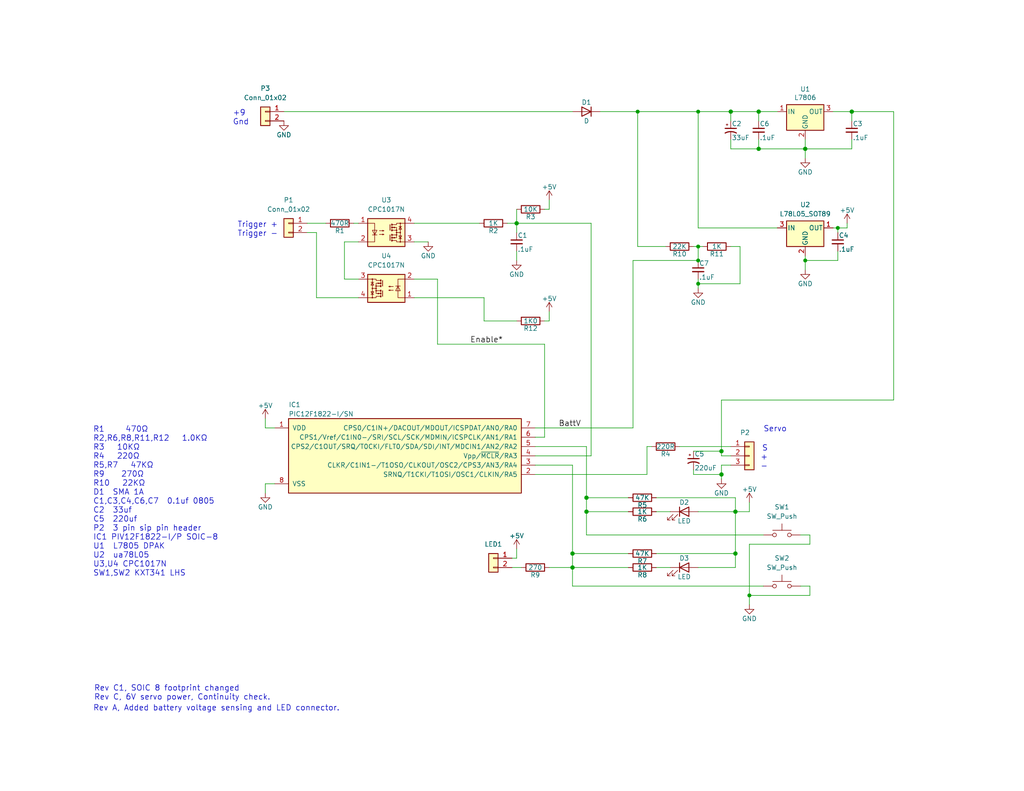
<source format=kicad_sch>
(kicad_sch (version 20231120) (generator "eeschema") (generator_version "8.0")
  (paper "A")
  (title_block (title "Rocket Servo") (date "2024-09-23") (rev "C1") (company "DMFE") (comment 1 "Altimeter triggered servo"))
  (lib_symbols
    (symbol "Connector_Generic:Conn_01x02" (pin_names (offset 1.016) hide)
      (property "Reference" "J" (at 0 2.54 0))
      (property "Value" "Conn_01x02" (at 0 -5.08 0))
      (symbol "Conn_01x02_1_1"
        (rectangle (start -1.27 -2.413) (end 0 -2.667) (stroke (width 0.1524)))
        (rectangle (start -1.27 0.127) (end 0 -0.127) (stroke (width 0.1524)))
        (rectangle (start -1.27 1.27) (end 1.27 -3.81) (stroke (width 0.254)) (fill (type background)))
        (pin passive line (at -5.08 0 0) (length 3.81) (name "Pin_1") (number "1"))
        (pin passive line (at -5.08 -2.54 0) (length 3.81) (name "Pin_2") (number "2"))
      )
    )
    (symbol "Connector_Generic:Conn_01x03" (pin_names (offset 1.016) hide)
      (property "Reference" "J" (at 0 5.08 0))
      (property "Value" "Conn_01x03" (at 0 -5.08 0))
      (symbol "Conn_01x03_1_1"
        (rectangle (start -1.27 -2.413) (end 0 -2.667) (stroke (width 0.1524)))
        (rectangle (start -1.27 0.127) (end 0 -0.127) (stroke (width 0.1524)))
        (rectangle (start -1.27 2.667) (end 0 2.413) (stroke (width 0.1524)))
        (rectangle (start -1.27 3.81) (end 1.27 -3.81) (stroke (width 0.254)) (fill (type background)))
        (pin passive line (at -5.08 2.54 0) (length 3.81) (name "Pin_1") (number "1"))
        (pin passive line (at -5.08 0 0) (length 3.81) (name "Pin_2") (number "2"))
        (pin passive line (at -5.08 -2.54 0) (length 3.81) (name "Pin_3") (number "3"))
      )
    )
    (symbol "Device:CP1_Small" (pin_numbers hide) (pin_names (offset 0.254) hide)
      (property "Reference" "C" (at 0.254 1.778 0))
      (property "Value" "CP1_Small" (at 0.254 -2.032 0))
      (symbol "CP1_Small_0_1"
        (polyline (pts (xy -1.524 0.508) (xy 1.524 0.508)) (stroke (width 0.3048)))
        (polyline (pts (xy -1.27 1.524) (xy -0.762 1.524)))
        (polyline (pts (xy -1.016 1.27) (xy -1.016 1.778)))
        (arc (start 1.524 -0.762) (mid 0 -0.3734) (end -1.524 -0.762) (stroke (width 0.3048)))
      )
      (symbol "CP1_Small_1_1"
        (pin passive line (at 0 2.54 270) (length 2.032) (name "~") (number "1"))
        (pin passive line (at 0 -2.54 90) (length 2.032) (name "~") (number "2"))
      )
    )
    (symbol "Device:C_Small" (pin_numbers hide) (pin_names (offset 0.254) hide)
      (property "Reference" "C" (at 0.254 1.778 0))
      (property "Value" "C_Small" (at 0.254 -2.032 0))
      (symbol "C_Small_0_1"
        (polyline (pts (xy -1.524 -0.508) (xy 1.524 -0.508)) (stroke (width 0.3302)))
        (polyline (pts (xy -1.524 0.508) (xy 1.524 0.508)) (stroke (width 0.3048)))
      )
      (symbol "C_Small_1_1"
        (pin passive line (at 0 2.54 270) (length 2.032) (name "~") (number "1"))
        (pin passive line (at 0 -2.54 90) (length 2.032) (name "~") (number "2"))
      )
    )
    (symbol "Device:D" (pin_numbers hide) (pin_names (offset 1.016) hide)
      (property "Reference" "D" (at 0 2.54 0))
      (property "Value" "D" (at 0 -2.54 0))
      (symbol "D_0_1"
        (polyline (pts (xy -1.27 1.27) (xy -1.27 -1.27)) (stroke (width 0.254)))
        (polyline (pts (xy 1.27 0) (xy -1.27 0)))
        (polyline (pts (xy 1.27 1.27) (xy 1.27 -1.27) (xy -1.27 0) (xy 1.27 1.27)) (stroke (width 0.254)))
      )
      (symbol "D_1_1"
        (pin passive line (at -3.81 0 0) (length 2.54) (name "K") (number "1"))
        (pin passive line (at 3.81 0 180) (length 2.54) (name "A") (number "2"))
      )
    )
    (symbol "Device:LED" (pin_numbers hide) (pin_names (offset 1.016) hide)
      (property "Reference" "D" (at 0 2.54 0))
      (property "Value" "LED" (at 0 -2.54 0))
      (symbol "LED_0_1"
        (polyline (pts (xy -1.27 -1.27) (xy -1.27 1.27)) (stroke (width 0.254)))
        (polyline (pts (xy -1.27 0) (xy 1.27 0)))
        (polyline (pts (xy 1.27 -1.27) (xy 1.27 1.27) (xy -1.27 0) (xy 1.27 -1.27)) (stroke (width 0.254)))
        (polyline (pts (xy -3.048 -0.762) (xy -4.572 -2.286) (xy -3.81 -2.286) (xy -4.572 -2.286) (xy -4.572 -1.524)))
        (polyline (pts (xy -1.778 -0.762) (xy -3.302 -2.286) (xy -2.54 -2.286) (xy -3.302 -2.286) (xy -3.302 -1.524)))
      )
      (symbol "LED_1_1"
        (pin passive line (at -3.81 0 0) (length 2.54) (name "K") (number "1"))
        (pin passive line (at 3.81 0 180) (length 2.54) (name "A") (number "2"))
      )
    )
    (symbol "Device:R" (pin_numbers hide) (pin_names (offset 0))
      (property "Reference" "R" (at 2.032 0 90))
      (property "Value" "R" (at 0 0 90))
      (symbol "R_0_1"
        (rectangle (start -1.016 -2.54) (end 1.016 2.54) (stroke (width 0.254)))
      )
      (symbol "R_1_1"
        (pin passive line (at 0 3.81 270) (length 1.27) (name "~") (number "1"))
        (pin passive line (at 0 -3.81 90) (length 1.27) (name "~") (number "2"))
      )
    )
    (symbol "RCSMCtrl-rescue:PIC12(L)F1822-I_P" (pin_names (offset 1.016))
      (property "Reference" "U" (at -31.75 13.97 0))
      (property "Value" "PIC12(L)F1822-I_P" (at -31.75 11.43 0))
      (symbol "PIC12(L)F1822-I_P_0_1"
        (rectangle (start 31.75 -10.16) (end -31.75 10.16) (stroke (width 0.254)) (fill (type background)))
      )
      (symbol "PIC12(L)F1822-I_P_1_1"
        (pin power_in line (at -35.56 7.62 0) (length 3.81) (name "VDD") (number "1"))
        (pin bidirectional line (at 35.56 -5.08 180) (length 3.81) (name "SRNQ/T1CKI/T1OSI/OSC1/CLKIN/RA5") (number "2"))
        (pin bidirectional line (at 35.56 -2.54 180) (length 3.81) (name "CLKR/C1IN1-/T1OSO/CLKOUT/OSC2/CPS3/AN3/RA4") (number "3"))
        (pin input line (at 35.56 0 180) (length 3.81) (name "Vpp/~{MCLR}/RA3") (number "4"))
        (pin bidirectional line (at 35.56 2.54 180) (length 3.81) (name "CPS2/C1OUT/SRQ/T0CKI/FLT0/SDA/SDI/INT/MDCIN1/AN2/RA2") (number "5"))
        (pin bidirectional line (at 35.56 5.08 180) (length 3.81) (name "CPS1/Vref/C1IN0-/SRI/SCL/SCK/MDMIN/ICSPCLK/AN1/RA1") (number "6"))
        (pin bidirectional line (at 35.56 7.62 180) (length 3.81) (name "CPS0/C1IN+/DACOUT/MDOUT/ICSPDAT/AN0/RA0") (number "7"))
        (pin power_in line (at -35.56 -7.62 0) (length 3.81) (name "VSS") (number "8"))
      )
    )
    (symbol "Regulator_Linear:L7805" (pin_names (offset 0.254))
      (property "Reference" "U" (at -3.81 3.175 0))
      (property "Value" "L7805" (at 0 3.175 0))
      (symbol "L7805_0_1"
        (rectangle (start -5.08 1.905) (end 5.08 -5.08) (stroke (width 0.254)) (fill (type background)))
      )
      (symbol "L7805_1_1"
        (pin power_in line (at -7.62 0 0) (length 2.54) (name "IN") (number "1"))
        (pin power_in line (at 0 -7.62 90) (length 2.54) (name "GND") (number "2"))
        (pin power_out line (at 7.62 0 180) (length 2.54) (name "OUT") (number "3"))
      )
    )
    (symbol "Regulator_Linear:L78L05_SOT89" (pin_names (offset 0.254))
      (property "Reference" "U" (at -3.81 3.175 0))
      (property "Value" "L78L05_SOT89" (at -0.635 3.175 0))
      (symbol "L78L05_SOT89_0_1"
        (rectangle (start -5.08 1.905) (end 5.08 -5.08) (stroke (width 0.254)) (fill (type background)))
      )
      (symbol "L78L05_SOT89_1_1"
        (pin power_out line (at 7.62 0 180) (length 2.54) (name "OUT") (number "1"))
        (pin power_in line (at 0 -7.62 90) (length 2.54) (name "GND") (number "2"))
        (pin power_in line (at -7.62 0 0) (length 2.54) (name "IN") (number "3"))
      )
    )
    (symbol "Relay_SolidState:CPC1017N"
      (property "Reference" "U" (at -5.08 5.08 0))
      (property "Value" "CPC1017N" (at 0 5.08 0))
      (symbol "CPC1017N_0_1"
        (rectangle (start -5.08 3.81) (end 5.08 -3.81) (stroke (width 0.254)) (fill (type background)))
        (polyline (pts (xy -3.81 -0.635) (xy -2.54 -0.635)))
        (polyline (pts (xy 1.016 -0.635) (xy 1.016 -2.159)) (stroke (width 0.2032)))
        (polyline (pts (xy 1.016 2.159) (xy 1.016 0.635)) (stroke (width 0.2032)))
        (polyline (pts (xy 1.524 -0.508) (xy 1.524 -0.762)) (stroke (width 0.3556)))
        (polyline (pts (xy 2.794 0) (xy 3.81 0)))
        (polyline (pts (xy 3.429 -1.651) (xy 4.191 -1.651)))
        (polyline (pts (xy 3.429 1.651) (xy 4.191 1.651)))
        (polyline (pts (xy 3.81 -2.54) (xy 3.81 2.54)))
        (polyline (pts (xy 1.524 -2.032) (xy 1.524 -2.286) (xy 1.524 -2.286)) (stroke (width 0.3556)))
        (polyline (pts (xy 1.524 -1.27) (xy 1.524 -1.524) (xy 1.524 -1.524)) (stroke (width 0.3556)))
        (polyline (pts (xy 1.524 0.762) (xy 1.524 0.508) (xy 1.524 0.508)) (stroke (width 0.3556)))
        (polyline (pts (xy 1.524 1.524) (xy 1.524 1.27) (xy 1.524 1.27)) (stroke (width 0.3556)))
        (polyline (pts (xy 1.524 2.286) (xy 1.524 2.032) (xy 1.524 2.032)) (stroke (width 0.3556)))
        (polyline (pts (xy 1.651 -1.397) (xy 2.794 -1.397) (xy 2.794 -0.635)))
        (polyline (pts (xy 1.651 1.397) (xy 2.794 1.397) (xy 2.794 0.635)))
        (polyline (pts (xy -5.08 2.54) (xy -3.175 2.54) (xy -3.175 -2.54) (xy -5.08 -2.54)))
        (polyline (pts (xy -3.175 -0.635) (xy -3.81 0.635) (xy -2.54 0.635) (xy -3.175 -0.635)))
        (polyline (pts (xy 1.651 -2.159) (xy 2.794 -2.159) (xy 2.794 -2.54) (xy 5.08 -2.54)))
        (polyline (pts (xy 1.651 -0.635) (xy 2.794 -0.635) (xy 2.794 0.635) (xy 1.651 0.635)))
        (polyline (pts (xy 1.651 2.159) (xy 2.794 2.159) (xy 2.794 2.54) (xy 5.08 2.54)))
        (polyline (pts (xy 1.778 -1.397) (xy 2.286 -1.27) (xy 2.286 -1.524) (xy 1.778 -1.397)))
        (polyline (pts (xy 1.778 1.397) (xy 2.286 1.524) (xy 2.286 1.27) (xy 1.778 1.397)))
        (polyline (pts (xy 3.81 -1.651) (xy 3.429 -0.889) (xy 4.191 -0.889) (xy 3.81 -1.651)))
        (polyline (pts (xy 3.81 1.651) (xy 3.429 0.889) (xy 4.191 0.889) (xy 3.81 1.651)))
        (polyline (pts (xy -1.905 -0.508) (xy -0.635 -0.508) (xy -1.016 -0.635) (xy -1.016 -0.381) (xy -0.635 -0.508)))
        (polyline (pts (xy -1.905 0.508) (xy -0.635 0.508) (xy -1.016 0.381) (xy -1.016 0.635) (xy -0.635 0.508)))
        (circle (center 2.794 -0.635) (radius 0.127))
        (circle (center 2.794 0) (radius 0.127))
        (circle (center 2.794 0.635) (radius 0.127))
        (circle (center 3.81 -2.54) (radius 0.127))
        (circle (center 3.81 0) (radius 0.127))
        (circle (center 3.81 2.54) (radius 0.127))
      )
      (symbol "CPC1017N_1_1"
        (pin passive line (at -7.62 2.54 0) (length 2.54) (name "~") (number "1"))
        (pin passive line (at -7.62 -2.54 0) (length 2.54) (name "~") (number "2"))
        (pin passive line (at 7.62 -2.54 180) (length 2.54) (name "~") (number "3"))
        (pin passive line (at 7.62 2.54 180) (length 2.54) (name "~") (number "4"))
      )
    )
    (symbol "Switch:SW_Push" (pin_numbers hide) (pin_names (offset 1.016) hide)
      (property "Reference" "SW" (at 1.27 2.54 0))
      (property "Value" "SW_Push" (at 0 -1.524 0))
      (symbol "SW_Push_0_1"
        (circle (center -2.032 0) (radius 0.508))
        (polyline (pts (xy 0 1.27) (xy 0 3.048)))
        (polyline (pts (xy 2.54 1.27) (xy -2.54 1.27)))
        (circle (center 2.032 0) (radius 0.508))
        (pin passive line (at -5.08 0 0) (length 2.54) (name "1") (number "1"))
        (pin passive line (at 5.08 0 180) (length 2.54) (name "2") (number "2"))
      )
    )
    (symbol "power:+5V" (power) (pin_names (offset 0))
      (property "Value" "+5V" (at 0 3.556 0))
      (symbol "+5V_0_1"
        (polyline (pts (xy -0.762 1.27) (xy 0 2.54)))
        (polyline (pts (xy 0 0) (xy 0 2.54)))
        (polyline (pts (xy 0 2.54) (xy 0.762 1.27)))
      )
      (symbol "+5V_1_1"
        (pin power_in line (at 0 0 90) (length 0) hide (name "+5V") (number "1"))
      )
    )
    (symbol "power:GND" (power) (pin_names (offset 0))
      (property "Value" "GND" (at 0 -3.81 0))
      (symbol "GND_0_1"
        (polyline (pts (xy 0 0) (xy 0 -1.27) (xy 1.27 -1.27) (xy 0 -2.54) (xy -1.27 -1.27) (xy 0 -1.27)))
      )
      (symbol "GND_1_1"
        (pin power_in line (at 0 0 270) (length 0) hide (name "GND") (number "1"))
      )
    )
  )
  (junction (at 204.47 162.56))
  (junction (at 190.5 30.48))
  (junction (at 196.85 129.54) (diameter 1.016))
  (junction (at 207.01 30.48) (diameter 1.016))
  (junction (at 160.02 135.89) (diameter 1.016))
  (junction (at 219.71 71.12))
  (junction (at 190.5 71.12))
  (junction (at 200.66 139.7) (diameter 1.016))
  (junction (at 232.41 30.48) (diameter 1.016))
  (junction (at 140.97 60.96) (diameter 1.016))
  (junction (at 190.5 67.31))
  (junction (at 199.39 30.48) (diameter 1.016))
  (junction (at 207.01 40.64) (diameter 1.016))
  (junction (at 190.5 77.47))
  (junction (at 219.71 40.64) (diameter 1.016))
  (junction (at 200.66 151.13) (diameter 1.016))
  (junction (at 160.02 139.7) (diameter 1.016))
  (junction (at 228.6 62.23))
  (junction (at 173.99 30.48))
  (junction (at 156.21 151.13) (diameter 1.016))
  (junction (at 156.21 154.94) (diameter 1.016))
  (junction (at 196.85 123.19) (diameter 1.016))
  (wire (pts (xy 207.01 40.64) (xy 219.71 40.64)))
  (wire (pts (xy 179.07 151.13) (xy 200.66 151.13)))
  (wire (pts (xy 204.47 162.56) (xy 220.98 162.56)))
  (wire (pts (xy 83.82 60.96) (xy 88.9 60.96)))
  (wire (pts (xy 138.43 60.96) (xy 140.97 60.96)))
  (wire (pts (xy 72.39 116.84) (xy 74.93 116.84)))
  (wire (pts (xy 172.72 71.12) (xy 190.5 71.12)))
  (wire (pts (xy 189.23 128.27) (xy 189.23 129.54)))
  (wire (pts (xy 179.07 154.94) (xy 182.88 154.94)))
  (wire (pts (xy 132.08 81.28) (xy 132.08 87.63)))
  (wire (pts (xy 201.93 67.31) (xy 201.93 77.47)))
  (wire (pts (xy 228.6 62.23) (xy 228.6 63.5)))
  (wire (pts (xy 220.98 146.05) (xy 218.44 146.05)))
  (wire (pts (xy 93.98 66.04) (xy 97.79 66.04)))
  (wire (pts (xy 140.97 60.96) (xy 140.97 63.5)))
  (wire (pts (xy 139.7 154.94) (xy 142.24 154.94)))
  (wire (pts (xy 72.39 134.62) (xy 72.39 132.08)))
  (wire (pts (xy 160.02 139.7) (xy 171.45 139.7)))
  (wire (pts (xy 190.5 139.7) (xy 200.66 139.7)))
  (wire (pts (xy 97.79 81.28) (xy 86.36 81.28)))
  (wire (pts (xy 190.5 62.23) (xy 190.5 30.48)))
  (wire (pts (xy 228.6 68.58) (xy 228.6 71.12)))
  (wire (pts (xy 156.21 127) (xy 156.21 151.13)))
  (wire (pts (xy 219.71 40.64) (xy 232.41 40.64)))
  (wire (pts (xy 140.97 152.4) (xy 139.7 152.4)))
  (wire (pts (xy 86.36 63.5) (xy 86.36 81.28)))
  (wire (pts (xy 204.47 148.59) (xy 220.98 148.59)))
  (wire (pts (xy 132.08 87.63) (xy 140.97 87.63)))
  (wire (pts (xy 200.66 139.7) (xy 200.66 151.13)))
  (wire (pts (xy 190.5 76.2) (xy 190.5 77.47)))
  (wire (pts (xy 173.99 67.31) (xy 173.99 30.48)))
  (wire (pts (xy 189.23 67.31) (xy 190.5 67.31)))
  (wire (pts (xy 146.05 119.38) (xy 148.59 119.38)))
  (wire (pts (xy 228.6 62.23) (xy 231.14 62.23)))
  (wire (pts (xy 149.86 57.15) (xy 148.59 57.15)))
  (wire (pts (xy 160.02 135.89) (xy 160.02 139.7)))
  (wire (pts (xy 173.99 30.48) (xy 190.5 30.48)))
  (wire (pts (xy 199.39 124.46) (xy 196.85 124.46)))
  (wire (pts (xy 232.41 33.02) (xy 232.41 30.48)))
  (wire (pts (xy 232.41 30.48) (xy 243.84 30.48)))
  (wire (pts (xy 146.05 116.84) (xy 172.72 116.84)))
  (wire (pts (xy 204.47 139.7) (xy 204.47 137.16)))
  (wire (pts (xy 196.85 109.22) (xy 196.85 123.19)))
  (wire (pts (xy 93.98 76.2) (xy 93.98 66.04)))
  (wire (pts (xy 160.02 121.92) (xy 160.02 135.89)))
  (wire (pts (xy 149.86 154.94) (xy 156.21 154.94)))
  (wire (pts (xy 161.29 60.96) (xy 140.97 60.96)))
  (wire (pts (xy 160.02 139.7) (xy 160.02 146.05)))
  (wire (pts (xy 199.39 67.31) (xy 201.93 67.31)))
  (wire (pts (xy 227.33 30.48) (xy 232.41 30.48)))
  (wire (pts (xy 201.93 77.47) (xy 190.5 77.47)))
  (wire (pts (xy 149.86 54.61) (xy 149.86 57.15)))
  (wire (pts (xy 196.85 127) (xy 196.85 129.54)))
  (wire (pts (xy 212.09 62.23) (xy 190.5 62.23)))
  (wire (pts (xy 161.29 124.46) (xy 146.05 124.46)))
  (wire (pts (xy 243.84 109.22) (xy 196.85 109.22)))
  (wire (pts (xy 83.82 63.5) (xy 86.36 63.5)))
  (wire (pts (xy 113.03 60.96) (xy 130.81 60.96)))
  (wire (pts (xy 146.05 129.54) (xy 176.53 129.54)))
  (wire (pts (xy 148.59 87.63) (xy 149.86 87.63)))
  (wire (pts (xy 156.21 154.94) (xy 156.21 160.02)))
  (wire (pts (xy 196.85 124.46) (xy 196.85 123.19)))
  (wire (pts (xy 219.71 69.85) (xy 219.71 71.12)))
  (wire (pts (xy 219.71 40.64) (xy 219.71 43.18)))
  (wire (pts (xy 190.5 67.31) (xy 190.5 71.12)))
  (wire (pts (xy 200.66 135.89) (xy 200.66 139.7)))
  (wire (pts (xy 219.71 71.12) (xy 219.71 73.66)))
  (wire (pts (xy 119.38 76.2) (xy 113.03 76.2)))
  (wire (pts (xy 200.66 151.13) (xy 200.66 154.94)))
  (wire (pts (xy 199.39 38.1) (xy 199.39 40.64)))
  (wire (pts (xy 163.83 30.48) (xy 173.99 30.48)))
  (wire (pts (xy 140.97 149.86) (xy 140.97 152.4)))
  (wire (pts (xy 199.39 121.92) (xy 185.42 121.92)))
  (wire (pts (xy 199.39 33.02) (xy 199.39 30.48)))
  (wire (pts (xy 72.39 114.3) (xy 72.39 116.84)))
  (wire (pts (xy 148.59 93.98) (xy 119.38 93.98)))
  (wire (pts (xy 146.05 127) (xy 156.21 127)))
  (wire (pts (xy 160.02 135.89) (xy 171.45 135.89)))
  (wire (pts (xy 243.84 30.48) (xy 243.84 109.22)))
  (wire (pts (xy 97.79 76.2) (xy 93.98 76.2)))
  (wire (pts (xy 176.53 129.54) (xy 176.53 121.92)))
  (wire (pts (xy 190.5 30.48) (xy 199.39 30.48)))
  (wire (pts (xy 219.71 38.1) (xy 219.71 40.64)))
  (wire (pts (xy 140.97 71.12) (xy 140.97 68.58)))
  (wire (pts (xy 156.21 151.13) (xy 171.45 151.13)))
  (wire (pts (xy 149.86 85.09) (xy 149.86 87.63)))
  (wire (pts (xy 189.23 129.54) (xy 196.85 129.54)))
  (wire (pts (xy 190.5 77.47) (xy 190.5 78.74)))
  (wire (pts (xy 113.03 66.04) (xy 116.84 66.04)))
  (wire (pts (xy 207.01 33.02) (xy 207.01 30.48)))
  (wire (pts (xy 156.21 154.94) (xy 171.45 154.94)))
  (wire (pts (xy 220.98 148.59) (xy 220.98 146.05)))
  (wire (pts (xy 146.05 121.92) (xy 160.02 121.92)))
  (wire (pts (xy 172.72 116.84) (xy 172.72 71.12)))
  (wire (pts (xy 199.39 127) (xy 196.85 127)))
  (wire (pts (xy 199.39 30.48) (xy 207.01 30.48)))
  (wire (pts (xy 148.59 119.38) (xy 148.59 93.98)))
  (wire (pts (xy 200.66 135.89) (xy 179.07 135.89)))
  (wire (pts (xy 204.47 148.59) (xy 204.47 162.56)))
  (wire (pts (xy 160.02 146.05) (xy 208.28 146.05)))
  (wire (pts (xy 181.61 67.31) (xy 173.99 67.31)))
  (wire (pts (xy 204.47 162.56) (xy 204.47 165.1)))
  (wire (pts (xy 140.97 60.96) (xy 140.97 57.15)))
  (wire (pts (xy 231.14 62.23) (xy 231.14 60.96)))
  (wire (pts (xy 179.07 139.7) (xy 182.88 139.7)))
  (wire (pts (xy 161.29 60.96) (xy 161.29 124.46)))
  (wire (pts (xy 176.53 121.92) (xy 177.8 121.92)))
  (wire (pts (xy 156.21 151.13) (xy 156.21 154.94)))
  (wire (pts (xy 207.01 38.1) (xy 207.01 40.64)))
  (wire (pts (xy 189.23 123.19) (xy 196.85 123.19)))
  (wire (pts (xy 220.98 162.56) (xy 220.98 160.02)))
  (wire (pts (xy 200.66 154.94) (xy 190.5 154.94)))
  (wire (pts (xy 207.01 30.48) (xy 212.09 30.48)))
  (wire (pts (xy 220.98 160.02) (xy 218.44 160.02)))
  (wire (pts (xy 190.5 67.31) (xy 191.77 67.31)))
  (wire (pts (xy 156.21 160.02) (xy 208.28 160.02)))
  (wire (pts (xy 200.66 139.7) (xy 204.47 139.7)))
  (wire (pts (xy 196.85 129.54) (xy 196.85 130.81)))
  (wire (pts (xy 96.52 60.96) (xy 97.79 60.96)))
  (wire (pts (xy 72.39 132.08) (xy 74.93 132.08)))
  (wire (pts (xy 119.38 93.98) (xy 119.38 76.2)))
  (wire (pts (xy 232.41 38.1) (xy 232.41 40.64)))
  (wire (pts (xy 228.6 71.12) (xy 219.71 71.12)))
  (wire (pts (xy 77.47 30.48) (xy 156.21 30.48)))
  (wire (pts (xy 227.33 62.23) (xy 228.6 62.23)))
  (wire (pts (xy 199.39 40.64) (xy 207.01 40.64)))
  (wire (pts (xy 113.03 81.28) (xy 132.08 81.28)))
  (text "+9\nGnd" (at 63.5 34.29 0) (effects (font (size 1.524 1.524)) (justify left bottom)))
  (text "R1     470Ω\nR2,R6,R8,R11,R12   1.0KΩ\nR3   10KΩ\nR4   220Ω\nR5,R7   47KΩ\nR9    270Ω\nR10   22KΩ\nD1  SMA 1A\nC1,C3,C4,C6,C7  0.1uf 0805\nC2  33uf\nC5  220uf\nP2  3 pin sip pin header\nIC1 PIV12F1822-I/P SOIC-8\nU1  L7805 DPAK\nU2  ua78L05\nU3,U4 CPC1017N\nSW1,SW2 KXT341 LHS\n" (at 25.4 157.48 0) (effects (font (size 1.524 1.524)) (justify left bottom)))
  (text "Rev C1, SOIC 8 footprint changed\nRev C, 6V servo power, Continuity check." (at 25.654 189.23 0) (effects (font (size 1.524 1.524)) (justify left)))
  (text "Rev A, Added battery voltage sensing and LED connector." (at 25.4 194.31 0) (effects (font (size 1.524 1.524)) (justify left bottom)))
  (text "S\n+\n-" (at 209.55 128.27 0) (effects (font (size 1.524 1.524)) (justify right bottom)))
  (text "Trigger +\nTrigger -" (at 64.77 64.77 0) (effects (font (size 1.524 1.524)) (justify left bottom)))
  (text "Servo" (at 208.28 118.11 0) (effects (font (size 1.524 1.524)) (justify left bottom)))
  (label "Enable*" (at 128.27 93.98 0) (effects (font (size 1.524 1.524))))
  (label "BattV" (at 152.4 116.84 0) (effects (font (size 1.524 1.524))))
  (symbol (lib_id "RCSMCtrl-rescue:PIC12(L)F1822-I_P") (at 110.49 124.46 0) (unit 1)
    (property "Reference" "IC1" (at 78.74 110.49 0) (effects (justify left)))
    (property "Value" "PIC12F1822-I/SN" (at 78.74 113.03 0) (effects (justify left)))
    (property "Footprint" "Package_SO:SOIC-8_3.9x4.9mm_P1.27mm" (effects (hide yes)))
  )
  (symbol (lib_id "Device:D") (at 160.02 30.48 0) (mirror y) (unit 1)
    (property "Reference" "D1" (at 160.02 27.94 0))
    (property "Value" "D" (at 160.02 33.02 0))
    (property "Footprint" "Diode_SMD:D_SMA" (effects (hide yes)))
  )
  (symbol (lib_id "Device:CP1_Small") (at 199.39 35.56 0) (unit 1)
    (property "Reference" "C2" (at 199.644 33.782 0) (effects (justify left)))
    (property "Value" "33uF" (at 199.644 37.592 0) (effects (justify left)))
    (property "Footprint" "Capacitor_THT:CP_Radial_D5.0mm_P2.00mm" (effects (hide yes)))
  )
  (symbol (lib_id "Device:C_Small") (at 232.41 35.56 0) (unit 1)
    (property "Reference" "C3" (at 232.664 33.782 0) (effects (justify left)))
    (property "Value" ".1uF" (at 232.664 37.592 0) (effects (justify left)))
    (property "Footprint" "Capacitor_SMD:C_0805_2012Metric_Pad1.18x1.45mm_HandSolder" (effects (hide yes)))
  )
  (symbol (lib_id "Device:C_Small") (at 228.6 66.04 0) (unit 1)
    (property "Reference" "C4" (at 228.854 64.262 0) (effects (justify left)))
    (property "Value" ".1uF" (at 228.854 68.072 0) (effects (justify left)))
    (property "Footprint" "Capacitor_SMD:C_0805_2012Metric_Pad1.18x1.45mm_HandSolder" (effects (hide yes)))
  )
  (symbol (lib_id "power:GND") (at 219.71 43.18 0) (unit 1)
    (property "Reference" "#PWR02" (effects (hide yes)))
    (property "Value" "GND" (at 219.71 46.99 0))
  )
  (symbol (lib_id "power:GND") (at 196.85 130.81 0) (unit 1)
    (property "Reference" "#PWR06" (effects (hide yes)))
    (property "Value" "GND" (at 196.85 134.62 0))
  )
  (symbol (lib_id "Device:R") (at 181.61 121.92 270) (unit 1)
    (property "Reference" "R4" (at 181.61 123.952 90))
    (property "Value" "220R" (at 181.61 121.92 90))
    (property "Footprint" "Resistor_SMD:R_0805_2012Metric_Pad1.20x1.40mm_HandSolder" (effects (hide yes)))
  )
  (symbol (lib_id "power:+5V") (at 72.39 114.3 0) (unit 1)
    (property "Reference" "#PWR07" (effects (hide yes)))
    (property "Value" "+5V" (at 72.39 110.744 0))
  )
  (symbol (lib_id "power:GND") (at 72.39 134.62 0) (unit 1)
    (property "Reference" "#PWR08" (effects (hide yes)))
    (property "Value" "GND" (at 72.39 138.43 0))
  )
  (symbol (lib_id "Device:R") (at 134.62 60.96 270) (unit 1)
    (property "Reference" "R2" (at 134.62 62.992 90))
    (property "Value" "1K" (at 134.62 60.96 90))
    (property "Footprint" "Resistor_SMD:R_0805_2012Metric_Pad1.20x1.40mm_HandSolder" (effects (hide yes)))
  )
  (symbol (lib_id "Device:R") (at 144.78 57.15 270) (unit 1)
    (property "Reference" "R3" (at 144.78 59.182 90))
    (property "Value" "10K" (at 144.78 57.15 90))
    (property "Footprint" "Resistor_SMD:R_0805_2012Metric_Pad1.20x1.40mm_HandSolder" (effects (hide yes)))
  )
  (symbol (lib_id "Device:C_Small") (at 140.97 66.04 0) (unit 1)
    (property "Reference" "C1" (at 141.224 64.262 0) (effects (justify left)))
    (property "Value" ".1uF" (at 141.224 68.072 0) (effects (justify left)))
    (property "Footprint" "Capacitor_SMD:C_0805_2012Metric_Pad1.18x1.45mm_HandSolder" (effects (hide yes)))
  )
  (symbol (lib_id "power:+5V") (at 149.86 54.61 0) (unit 1)
    (property "Reference" "#PWR010" (effects (hide yes)))
    (property "Value" "+5V" (at 149.86 51.054 0))
  )
  (symbol (lib_id "power:GND") (at 140.97 71.12 0) (unit 1)
    (property "Reference" "#PWR011" (effects (hide yes)))
    (property "Value" "GND" (at 140.97 74.93 0))
  )
  (symbol (lib_id "Device:LED") (at 186.69 139.7 0) (unit 1)
    (property "Reference" "D2" (at 186.69 137.16 0))
    (property "Value" "LED" (at 186.69 142.24 0))
    (property "Footprint" "LED_SMD:LED_1206_3216Metric_Pad1.42x1.75mm_HandSolder" (effects (hide yes)))
  )
  (symbol (lib_id "Device:LED") (at 186.69 154.94 0) (unit 1)
    (property "Reference" "D3" (at 186.69 152.4 0))
    (property "Value" "LED" (at 186.69 157.48 0))
    (property "Footprint" "LED_SMD:LED_1206_3216Metric_Pad1.42x1.75mm_HandSolder" (effects (hide yes)))
  )
  (symbol (lib_id "power:+5V") (at 204.47 137.16 0) (unit 1)
    (property "Reference" "#PWR012" (effects (hide yes)))
    (property "Value" "+5V" (at 204.47 133.604 0))
  )
  (symbol (lib_id "Device:R") (at 175.26 139.7 270) (unit 1)
    (property "Reference" "R6" (at 175.26 141.732 90))
    (property "Value" "1K" (at 175.26 139.7 90))
    (property "Footprint" "Resistor_SMD:R_0805_2012Metric_Pad1.20x1.40mm_HandSolder" (effects (hide yes)))
  )
  (symbol (lib_id "Device:R") (at 175.26 154.94 270) (unit 1)
    (property "Reference" "R8" (at 175.26 156.972 90))
    (property "Value" "1K" (at 175.26 154.94 90))
    (property "Footprint" "Resistor_SMD:R_0805_2012Metric_Pad1.20x1.40mm_HandSolder" (effects (hide yes)))
  )
  (symbol (lib_id "Device:R") (at 175.26 135.89 270) (unit 1)
    (property "Reference" "R5" (at 175.26 137.922 90))
    (property "Value" "47K" (at 175.26 135.89 90))
    (property "Footprint" "Resistor_SMD:R_0805_2012Metric_Pad1.20x1.40mm_HandSolder" (effects (hide yes)))
  )
  (symbol (lib_id "Device:R") (at 175.26 151.13 270) (unit 1)
    (property "Reference" "R7" (at 175.26 153.162 90))
    (property "Value" "47K" (at 175.26 151.13 90))
    (property "Footprint" "Resistor_SMD:R_0805_2012Metric_Pad1.20x1.40mm_HandSolder" (effects (hide yes)))
  )
  (symbol (lib_id "power:GND") (at 204.47 165.1 0) (unit 1)
    (property "Reference" "#PWR013" (effects (hide yes)))
    (property "Value" "GND" (at 204.47 168.91 0))
  )
  (symbol (lib_id "Connector_Generic:Conn_01x03") (at 204.47 124.46 0) (unit 1)
    (property "Reference" "P2" (at 201.93 118.11 0) (effects (justify left)))
    (property "Value" "Conn_01x03" (effects (hide yes)))
    (property "Footprint" "Connector_PinHeader_2.54mm:PinHeader_1x03_P2.54mm_Vertical" (effects (hide yes)))
  )
  (symbol (lib_id "Regulator_Linear:L7805") (at 219.71 30.48 0) (unit 1)
    (property "Reference" "U1" (at 219.71 24.3332 0))
    (property "Value" "L7806" (at 219.71 26.6446 0))
    (property "Footprint" "Package_TO_SOT_SMD:TO-263-2" (effects (hide yes)))
    (property "Datasheet" "http://www.st.com/content/ccc/resource/technical/document/datasheet/41/4f/b3/b0/12/d4/47/88/CD00000444.pdf/files/CD00000444.pdf/jcr:content/translations/en.CD00000444.pdf" (effects (hide yes)))
  )
  (symbol (lib_id "Device:CP1_Small") (at 189.23 125.73 0) (unit 1)
    (property "Reference" "C5" (at 189.484 123.952 0) (effects (justify left)))
    (property "Value" "220uF" (at 189.484 127.762 0) (effects (justify left)))
    (property "Footprint" "Capacitor_THT:CP_Radial_D6.3mm_P2.50mm" (effects (hide yes)))
  )
  (symbol (lib_id "Device:C_Small") (at 207.01 35.56 0) (unit 1)
    (property "Reference" "C6" (at 207.264 33.782 0) (effects (justify left)))
    (property "Value" ".1uF" (at 207.264 37.592 0) (effects (justify left)))
    (property "Footprint" "Capacitor_SMD:C_0805_2012Metric_Pad1.18x1.45mm_HandSolder" (effects (hide yes)))
  )
  (symbol (lib_id "power:GND") (at 116.84 66.04 0) (unit 1)
    (property "Reference" "#PWR0102" (effects (hide yes)))
    (property "Value" "GND" (at 116.84 69.85 0))
  )
  (symbol (lib_id "Device:R") (at 146.05 154.94 270) (unit 1)
    (property "Reference" "R9" (at 146.05 156.972 90))
    (property "Value" "270" (at 146.05 154.94 90))
    (property "Footprint" "Resistor_SMD:R_0805_2012Metric_Pad1.20x1.40mm_HandSolder" (effects (hide yes)))
  )
  (symbol (lib_id "Relay_SolidState:CPC1017N") (at 105.41 78.74 180) (unit 1)
    (property "Reference" "U4" (at 105.41 69.85 0))
    (property "Value" "CPC1017N" (at 105.41 72.39 0))
    (property "Footprint" "Package_SO:SOP-4_3.8x4.1mm_P2.54mm" (effects (hide yes)))
    (property "Datasheet" "http://www.ixysic.com/home/pdfs.nsf/www/CPC1017N.pdf/$file/CPC1017N.pdf" (effects (hide yes)))
    (property "Description" "Form A, Solid State Relay (Photo MOSFET) 60V, 0.1A, 16Ohm, SO-4" (effects (hide yes)))
  )
  (symbol (lib_id "Connector_Generic:Conn_01x02") (at 134.62 152.4 0) (mirror y) (unit 1)
    (property "Reference" "LED1" (at 134.62 148.59 0))
    (property "Value" "Conn_01x02" (effects (hide yes)))
    (property "Footprint" "Connector_PinHeader_2.54mm:PinHeader_1x02_P2.54mm_Vertical" (effects (hide yes)))
  )
  (symbol (lib_id "power:GND") (at 219.71 73.66 0) (unit 1)
    (property "Reference" "#PWR05" (effects (hide yes)))
    (property "Value" "GND" (at 219.71 77.47 0))
  )
  (symbol (lib_id "power:+5V") (at 231.14 60.96 0) (unit 1)
    (property "Reference" "#PWR01" (effects (hide yes)))
    (property "Value" "+5V" (at 231.14 57.404 0))
  )
  (symbol (lib_id "power:+5V") (at 149.86 85.09 0) (unit 1)
    (property "Reference" "#PWR09" (effects (hide yes)))
    (property "Value" "+5V" (at 149.86 81.534 0))
  )
  (symbol (lib_id "Relay_SolidState:CPC1017N") (at 105.41 63.5 0) (unit 1)
    (property "Reference" "U3" (at 105.41 54.61 0))
    (property "Value" "CPC1017N" (at 105.41 57.15 0))
    (property "Footprint" "Package_SO:SOP-4_3.8x4.1mm_P2.54mm" (effects (hide yes)))
    (property "Datasheet" "http://www.ixysic.com/home/pdfs.nsf/www/CPC1017N.pdf/$file/CPC1017N.pdf" (effects (hide yes)))
    (property "Description" "Form A, Solid State Relay (Photo MOSFET) 60V, 0.1A, 16Ohm, SO-4" (effects (hide yes)))
  )
  (symbol (lib_id "Connector_Generic:Conn_01x02") (at 78.74 60.96 0) (mirror y) (unit 1)
    (property "Reference" "P1" (at 78.74 54.61 0))
    (property "Value" "Conn_01x02" (at 78.74 57.15 0))
    (property "Footprint" "Connector_PinHeader_2.54mm:PinHeader_1x02_P2.54mm_Vertical" (effects (hide yes)))
  )
  (symbol (lib_id "Device:C_Small") (at 190.5 73.66 0) (unit 1)
    (property "Reference" "C7" (at 190.754 71.882 0) (effects (justify left)))
    (property "Value" ".1uF" (at 190.754 75.692 0) (effects (justify left)))
    (property "Footprint" "Capacitor_SMD:C_0805_2012Metric_Pad1.18x1.45mm_HandSolder" (effects (hide yes)))
  )
  (symbol (lib_id "Device:R") (at 144.78 87.63 270) (unit 1)
    (property "Reference" "R12" (at 144.78 89.662 90))
    (property "Value" "1K0" (at 144.78 87.63 90))
    (property "Footprint" "Resistor_SMD:R_0805_2012Metric_Pad1.20x1.40mm_HandSolder" (effects (hide yes)))
  )
  (symbol (lib_id "Switch:SW_Push") (at 213.36 160.02 0) (unit 1)
    (property "Reference" "SW2" (at 213.36 152.4 0))
    (property "Value" "SW_Push" (at 213.36 154.94 0))
    (property "Footprint" "Resistor_SMD:R_1206_3216Metric" (effects (hide yes)))
    (property "Description" "Push button switch, generic, two pins" (effects (hide yes)))
  )
  (symbol (lib_id "power:GND") (at 77.47 33.02 0) (unit 1)
    (property "Reference" "#PWR0101" (effects (hide yes)))
    (property "Value" "GND" (at 77.47 36.83 0))
  )
  (symbol (lib_id "Device:R") (at 185.42 67.31 270) (unit 1)
    (property "Reference" "R10" (at 185.42 69.342 90))
    (property "Value" "22K" (at 185.42 67.31 90))
    (property "Footprint" "Resistor_SMD:R_0805_2012Metric_Pad1.20x1.40mm_HandSolder" (effects (hide yes)))
  )
  (symbol (lib_id "Connector_Generic:Conn_01x02") (at 72.39 30.48 0) (mirror y) (unit 1)
    (property "Reference" "P3" (at 72.39 24.13 0))
    (property "Value" "Conn_01x02" (at 72.39 26.67 0))
    (property "Footprint" "Connector_PinHeader_2.54mm:PinHeader_1x02_P2.54mm_Vertical" (effects (hide yes)))
  )
  (symbol (lib_id "Device:R") (at 195.58 67.31 270) (unit 1)
    (property "Reference" "R11" (at 195.58 69.342 90))
    (property "Value" "1K" (at 195.58 67.31 90))
    (property "Footprint" "Resistor_SMD:R_0805_2012Metric_Pad1.20x1.40mm_HandSolder" (effects (hide yes)))
  )
  (symbol (lib_id "Regulator_Linear:L78L05_SOT89") (at 219.71 62.23 0) (unit 1)
    (property "Reference" "U2" (at 219.71 55.88 0))
    (property "Value" "L78L05_SOT89" (at 219.71 58.42 0))
    (property "Footprint" "Package_TO_SOT_SMD:SOT-89-3" (effects (hide yes)))
    (property "Datasheet" "http://www.st.com/content/ccc/resource/technical/document/datasheet/15/55/e5/aa/23/5b/43/fd/CD00000446.pdf/files/CD00000446.pdf/jcr:content/translations/en.CD00000446.pdf" (effects (hide yes)))
    (property "Description" "Positive 100mA 30V Linear Regulator, Fixed Output 5V, SOT-89" (effects (hide yes)))
  )
  (symbol (lib_id "Switch:SW_Push") (at 213.36 146.05 0) (unit 1)
    (property "Reference" "SW1" (at 213.36 138.43 0))
    (property "Value" "SW_Push" (at 213.36 140.97 0))
    (property "Footprint" "Resistor_SMD:R_1206_3216Metric" (effects (hide yes)))
    (property "Description" "Push button switch, generic, two pins" (effects (hide yes)))
  )
  (symbol (lib_id "power:GND") (at 190.5 78.74 0) (unit 1)
    (property "Reference" "#PWR04" (effects (hide yes)))
    (property "Value" "GND" (at 190.5 82.55 0))
  )
  (symbol (lib_id "power:+5V") (at 140.97 149.86 0) (unit 1)
    (property "Reference" "#PWR03" (effects (hide yes)))
    (property "Value" "+5V" (at 140.97 146.304 0))
  )
  (symbol (lib_id "Device:R") (at 92.71 60.96 270) (unit 1)
    (property "Reference" "R1" (at 92.71 62.992 90))
    (property "Value" "470R" (at 92.71 60.96 90))
    (property "Footprint" "Resistor_SMD:R_0805_2012Metric_Pad1.20x1.40mm_HandSolder" (effects (hide yes)))
  )
)
</source>
